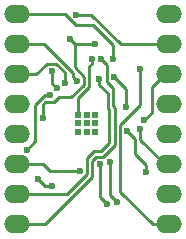
<source format=gbr>
G04 #@! TF.FileFunction,Copper,L2,Bot,Signal*
%FSLAX46Y46*%
G04 Gerber Fmt 4.6, Leading zero omitted, Abs format (unit mm)*
G04 Created by KiCad (PCBNEW 4.0.0-rc1-stable) date czw, 22 paź 2015, 22:39:46*
%MOMM*%
G01*
G04 APERTURE LIST*
%ADD10C,0.100000*%
%ADD11R,0.600000X0.600000*%
%ADD12O,2.199640X1.524000*%
%ADD13C,0.600000*%
%ADD14C,0.250000*%
G04 APERTURE END LIST*
D10*
D11*
X132890000Y-78470000D03*
X132140000Y-79220000D03*
X132890000Y-79220000D03*
X133640000Y-79220000D03*
X133640000Y-78470000D03*
X133640000Y-77720000D03*
X132890000Y-77720000D03*
X132140000Y-77720000D03*
X132140000Y-78470000D03*
D12*
X139830000Y-79390000D03*
X139830000Y-74310000D03*
X139830000Y-69230000D03*
X139830000Y-76850000D03*
X139830000Y-81930000D03*
X139830000Y-71770000D03*
X139830000Y-84470000D03*
X139830000Y-87010000D03*
X127030000Y-76850000D03*
X127030000Y-81930000D03*
X127030000Y-87010000D03*
X127030000Y-79390000D03*
X127030000Y-74310000D03*
X127030000Y-84470000D03*
X127030000Y-71770000D03*
X127030000Y-69230000D03*
D13*
X129170000Y-77970000D03*
X131440000Y-71300000D03*
X133620000Y-71724990D03*
X131976948Y-69283052D03*
X133307212Y-72986714D03*
X137400000Y-73900000D03*
X132299979Y-82479998D03*
X134107201Y-72991224D03*
X131030000Y-75070000D03*
X133960000Y-74750000D03*
X132057201Y-74878303D03*
X135090000Y-72975010D03*
X137750565Y-78218607D03*
X135240011Y-74547881D03*
X136215020Y-77040000D03*
X137450000Y-78960000D03*
X137920000Y-82590000D03*
X136330000Y-79094990D03*
X127801961Y-80708039D03*
X128768051Y-83188668D03*
X129935010Y-83796949D03*
X129791107Y-76061955D03*
X130347135Y-75486772D03*
X129975010Y-74050000D03*
X135430000Y-85100000D03*
X134850105Y-81726887D03*
X134580000Y-85290000D03*
X134000000Y-81914990D03*
D14*
X131864990Y-73702170D02*
X132682202Y-74519382D01*
X132682202Y-74519382D02*
X132682202Y-75178304D01*
X131864990Y-71724990D02*
X131864990Y-73702170D01*
X130091108Y-76686956D02*
X129393044Y-76686956D01*
X129393044Y-76686956D02*
X129170000Y-76910000D01*
X129170000Y-76910000D02*
X129170000Y-77545736D01*
X129170000Y-77545736D02*
X129170000Y-77970000D01*
X131600506Y-76260000D02*
X130518064Y-76260000D01*
X130518064Y-76260000D02*
X130091108Y-76686956D01*
X132400829Y-71724990D02*
X131864990Y-71724990D01*
X133620000Y-71724990D02*
X132400829Y-71724990D01*
X132682202Y-75178304D02*
X131600506Y-76260000D01*
X131864990Y-71724990D02*
X131440000Y-71300000D01*
X135759274Y-71770000D02*
X133272326Y-69283052D01*
X133272326Y-69283052D02*
X131976948Y-69283052D01*
X139830000Y-71770000D02*
X137722029Y-71770000D01*
X137722029Y-71770000D02*
X136290000Y-71770000D01*
X135759274Y-71770000D02*
X137722029Y-71770000D01*
X139830000Y-87010000D02*
X138480180Y-87010000D01*
X138480180Y-87010000D02*
X135704999Y-84234819D01*
X135704999Y-84234819D02*
X135704999Y-78615001D01*
X135704999Y-78615001D02*
X137400000Y-76920000D01*
X137400000Y-76920000D02*
X137400000Y-73900000D01*
X133132211Y-75364705D02*
X132140000Y-76356916D01*
X132140000Y-76356916D02*
X132140000Y-77720000D01*
X133307212Y-72986714D02*
X133307212Y-73410978D01*
X133307212Y-73410978D02*
X133132212Y-73585978D01*
X133132212Y-73585978D02*
X133132211Y-75364705D01*
X129749998Y-82479998D02*
X129200000Y-81930000D01*
X129200000Y-81930000D02*
X127030000Y-81930000D01*
X132299979Y-82479998D02*
X129749998Y-82479998D01*
X134107201Y-72991224D02*
X134615010Y-73499033D01*
X134615010Y-73499033D02*
X134615010Y-74955010D01*
X134615010Y-74955010D02*
X135130000Y-75470000D01*
X135254989Y-80335001D02*
X134300001Y-81289989D01*
X135130000Y-75470000D02*
X135130000Y-77015654D01*
X135130000Y-77015654D02*
X135254989Y-77140643D01*
X135254989Y-77140643D02*
X135254989Y-80335001D01*
X133374998Y-82966391D02*
X129331389Y-87010000D01*
X134300001Y-81289989D02*
X133699999Y-81289989D01*
X133699999Y-81289989D02*
X133374999Y-81614989D01*
X133374999Y-81614989D02*
X133374998Y-82966391D01*
X129331389Y-87010000D02*
X127030000Y-87010000D01*
X129495001Y-73424999D02*
X128610000Y-74310000D01*
X128610000Y-74310000D02*
X127030000Y-74310000D01*
X131030000Y-74140000D02*
X130314999Y-73424999D01*
X130314999Y-73424999D02*
X129495001Y-73424999D01*
X131030000Y-75070000D02*
X131030000Y-74140000D01*
X132924989Y-81428589D02*
X132924989Y-82779990D01*
X132924989Y-82779990D02*
X131234979Y-84470000D01*
X131234979Y-84470000D02*
X128379820Y-84470000D01*
X128379820Y-84470000D02*
X127030000Y-84470000D01*
X134804979Y-77327043D02*
X134804979Y-80148601D01*
X134804979Y-80148601D02*
X134113601Y-80839979D01*
X134113601Y-80839979D02*
X133513599Y-80839979D01*
X133513599Y-80839979D02*
X132924989Y-81428589D01*
X134679990Y-77202054D02*
X134804979Y-77327043D01*
X134679990Y-75894254D02*
X134679990Y-77202054D01*
X133960000Y-74750000D02*
X133960000Y-75174264D01*
X133960000Y-75174264D02*
X134679990Y-75894254D01*
X132057201Y-74878303D02*
X131757202Y-74578304D01*
X131757202Y-74578304D02*
X131757202Y-74230792D01*
X131757202Y-74230792D02*
X129296410Y-71770000D01*
X129296410Y-71770000D02*
X127030000Y-71770000D01*
X131980000Y-70170000D02*
X131040000Y-69230000D01*
X131040000Y-69230000D02*
X127030000Y-69230000D01*
X135090000Y-71790000D02*
X133470000Y-70170000D01*
X133470000Y-70170000D02*
X131980000Y-70170000D01*
X135090000Y-72975010D02*
X135090000Y-71790000D01*
X137750565Y-78218607D02*
X138405170Y-77564002D01*
X138405170Y-77564002D02*
X138405170Y-75397010D01*
X138405170Y-75397010D02*
X139492180Y-74310000D01*
X139492180Y-74310000D02*
X139830000Y-74310000D01*
X135240011Y-74547881D02*
X136215020Y-75522890D01*
X136215020Y-75522890D02*
X136215020Y-77040000D01*
X139830000Y-81930000D02*
X139492180Y-81930000D01*
X139492180Y-81930000D02*
X137450000Y-79887820D01*
X137450000Y-79887820D02*
X137450000Y-78960000D01*
X136999990Y-81100010D02*
X137920000Y-82020020D01*
X137920000Y-82020020D02*
X137920000Y-82590000D01*
X136999990Y-79764980D02*
X136999990Y-81100010D01*
X136330000Y-79094990D02*
X136999990Y-79764980D01*
X129791107Y-76061955D02*
X129366843Y-76061955D01*
X129366843Y-76061955D02*
X128544999Y-76883799D01*
X128544999Y-76883799D02*
X128544999Y-79965001D01*
X128544999Y-79965001D02*
X127801961Y-80708039D01*
X129935010Y-83796949D02*
X129376332Y-83796949D01*
X129376332Y-83796949D02*
X128768051Y-83188668D01*
X129975010Y-74050000D02*
X129975010Y-75114647D01*
X129975010Y-75114647D02*
X130347135Y-75486772D01*
X134850105Y-84520105D02*
X135430000Y-85100000D01*
X134850105Y-81726887D02*
X134850105Y-84520105D01*
X134580000Y-85290000D02*
X134000000Y-84710000D01*
X134000000Y-84710000D02*
X134000000Y-81914990D01*
M02*

</source>
